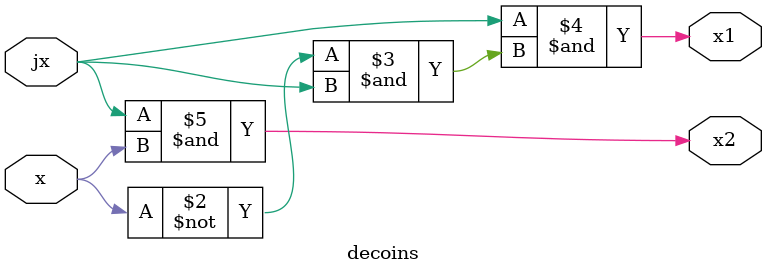
<source format=v>
module decoins 
    (
        jx,
        x,
        x1,
        x2,
    );

    input jx, x;
    output reg x1, x2;


    always @(jx, x) begin
      x1 =  jx & (~x&jx);
      x2 =  jx & x;
    end

    /*
    JZ Z   x1 x2 
    0  0   0  0
    0  1   0  0
    1  0   1  0
    1  1   0  1

    */

endmodule

</source>
